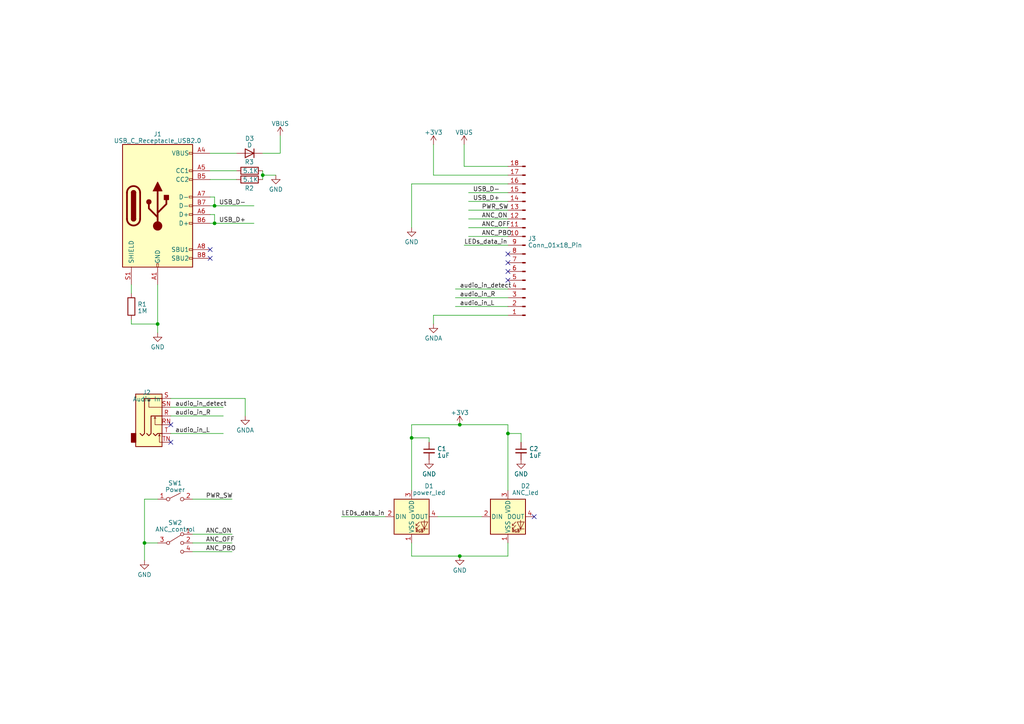
<source format=kicad_sch>
(kicad_sch (version 20230121) (generator eeschema)
  (paper "A4")
  (lib_symbols
    (symbol "Connector:Conn_01x18_Pin" (pin_names (offset 1.016) hide)
      (property "Reference" "J" (at 0 22.86 0))
      (property "Value" "Conn_01x18_Pin" (at 0 -25.4 0))
      (symbol "Conn_01x18_Pin_1_1"
        (polyline (pts (xy 1.27 -22.86) (xy 0.8636 -22.86)) (stroke (width 0.1524)))
        (polyline (pts (xy 1.27 -20.32) (xy 0.8636 -20.32)) (stroke (width 0.1524)))
        (polyline (pts (xy 1.27 -17.78) (xy 0.8636 -17.78)) (stroke (width 0.1524)))
        (polyline (pts (xy 1.27 -15.24) (xy 0.8636 -15.24)) (stroke (width 0.1524)))
        (polyline (pts (xy 1.27 -12.7) (xy 0.8636 -12.7)) (stroke (width 0.1524)))
        (polyline (pts (xy 1.27 -10.16) (xy 0.8636 -10.16)) (stroke (width 0.1524)))
        (polyline (pts (xy 1.27 -7.62) (xy 0.8636 -7.62)) (stroke (width 0.1524)))
        (polyline (pts (xy 1.27 -5.08) (xy 0.8636 -5.08)) (stroke (width 0.1524)))
        (polyline (pts (xy 1.27 -2.54) (xy 0.8636 -2.54)) (stroke (width 0.1524)))
        (polyline (pts (xy 1.27 0) (xy 0.8636 0)) (stroke (width 0.1524)))
        (polyline (pts (xy 1.27 2.54) (xy 0.8636 2.54)) (stroke (width 0.1524)))
        (polyline (pts (xy 1.27 5.08) (xy 0.8636 5.08)) (stroke (width 0.1524)))
        (polyline (pts (xy 1.27 7.62) (xy 0.8636 7.62)) (stroke (width 0.1524)))
        (polyline (pts (xy 1.27 10.16) (xy 0.8636 10.16)) (stroke (width 0.1524)))
        (polyline (pts (xy 1.27 12.7) (xy 0.8636 12.7)) (stroke (width 0.1524)))
        (polyline (pts (xy 1.27 15.24) (xy 0.8636 15.24)) (stroke (width 0.1524)))
        (polyline (pts (xy 1.27 17.78) (xy 0.8636 17.78)) (stroke (width 0.1524)))
        (polyline (pts (xy 1.27 20.32) (xy 0.8636 20.32)) (stroke (width 0.1524)))
        (rectangle (start 0.8636 -22.733) (end 0 -22.987) (stroke (width 0.1524)) (fill (type outline)))
        (rectangle (start 0.8636 -20.193) (end 0 -20.447) (stroke (width 0.1524)) (fill (type outline)))
        (rectangle (start 0.8636 -17.653) (end 0 -17.907) (stroke (width 0.1524)) (fill (type outline)))
        (rectangle (start 0.8636 -15.113) (end 0 -15.367) (stroke (width 0.1524)) (fill (type outline)))
        (rectangle (start 0.8636 -12.573) (end 0 -12.827) (stroke (width 0.1524)) (fill (type outline)))
        (rectangle (start 0.8636 -10.033) (end 0 -10.287) (stroke (width 0.1524)) (fill (type outline)))
        (rectangle (start 0.8636 -7.493) (end 0 -7.747) (stroke (width 0.1524)) (fill (type outline)))
        (rectangle (start 0.8636 -4.953) (end 0 -5.207) (stroke (width 0.1524)) (fill (type outline)))
        (rectangle (start 0.8636 -2.413) (end 0 -2.667) (stroke (width 0.1524)) (fill (type outline)))
        (rectangle (start 0.8636 0.127) (end 0 -0.127) (stroke (width 0.1524)) (fill (type outline)))
        (rectangle (start 0.8636 2.667) (end 0 2.413) (stroke (width 0.1524)) (fill (type outline)))
        (rectangle (start 0.8636 5.207) (end 0 4.953) (stroke (width 0.1524)) (fill (type outline)))
        (rectangle (start 0.8636 7.747) (end 0 7.493) (stroke (width 0.1524)) (fill (type outline)))
        (rectangle (start 0.8636 10.287) (end 0 10.033) (stroke (width 0.1524)) (fill (type outline)))
        (rectangle (start 0.8636 12.827) (end 0 12.573) (stroke (width 0.1524)) (fill (type outline)))
        (rectangle (start 0.8636 15.367) (end 0 15.113) (stroke (width 0.1524)) (fill (type outline)))
        (rectangle (start 0.8636 17.907) (end 0 17.653) (stroke (width 0.1524)) (fill (type outline)))
        (rectangle (start 0.8636 20.447) (end 0 20.193) (stroke (width 0.1524)) (fill (type outline)))
        (pin passive line (at 5.08 20.32 180) (length 3.81) (name "Pin_1") (number "1"))
        (pin passive line (at 5.08 -2.54 180) (length 3.81) (name "Pin_10") (number "10"))
        (pin passive line (at 5.08 -5.08 180) (length 3.81) (name "Pin_11") (number "11"))
        (pin passive line (at 5.08 -7.62 180) (length 3.81) (name "Pin_12") (number "12"))
        (pin passive line (at 5.08 -10.16 180) (length 3.81) (name "Pin_13") (number "13"))
        (pin passive line (at 5.08 -12.7 180) (length 3.81) (name "Pin_14") (number "14"))
        (pin passive line (at 5.08 -15.24 180) (length 3.81) (name "Pin_15") (number "15"))
        (pin passive line (at 5.08 -17.78 180) (length 3.81) (name "Pin_16") (number "16"))
        (pin passive line (at 5.08 -20.32 180) (length 3.81) (name "Pin_17") (number "17"))
        (pin passive line (at 5.08 -22.86 180) (length 3.81) (name "Pin_18") (number "18"))
        (pin passive line (at 5.08 17.78 180) (length 3.81) (name "Pin_2") (number "2"))
        (pin passive line (at 5.08 15.24 180) (length 3.81) (name "Pin_3") (number "3"))
        (pin passive line (at 5.08 12.7 180) (length 3.81) (name "Pin_4") (number "4"))
        (pin passive line (at 5.08 10.16 180) (length 3.81) (name "Pin_5") (number "5"))
        (pin passive line (at 5.08 7.62 180) (length 3.81) (name "Pin_6") (number "6"))
        (pin passive line (at 5.08 5.08 180) (length 3.81) (name "Pin_7") (number "7"))
        (pin passive line (at 5.08 2.54 180) (length 3.81) (name "Pin_8") (number "8"))
        (pin passive line (at 5.08 0 180) (length 3.81) (name "Pin_9") (number "9"))
      )
    )
    (symbol "Connector:USB_C_Receptacle_USB2.0" (pin_names (offset 1.016))
      (property "Reference" "J" (at -10.16 19.05 0))
      (property "Value" "USB_C_Receptacle_USB2.0" (at 19.05 19.05 0))
      (symbol "USB_C_Receptacle_USB2.0_0_0"
        (rectangle (start -0.254 -17.78) (end 0.254 -16.764))
        (rectangle (start 10.16 -14.986) (end 9.144 -15.494))
        (rectangle (start 10.16 -12.446) (end 9.144 -12.954))
        (rectangle (start 10.16 -4.826) (end 9.144 -5.334))
        (rectangle (start 10.16 -2.286) (end 9.144 -2.794))
        (rectangle (start 10.16 0.254) (end 9.144 -0.254))
        (rectangle (start 10.16 2.794) (end 9.144 2.286))
        (rectangle (start 10.16 7.874) (end 9.144 7.366))
        (rectangle (start 10.16 10.414) (end 9.144 9.906))
        (rectangle (start 10.16 15.494) (end 9.144 14.986))
      )
      (symbol "USB_C_Receptacle_USB2.0_0_1"
        (rectangle (start -10.16 17.78) (end 10.16 -17.78) (stroke (width 0.254)) (fill (type background)))
        (arc (start -8.89 -3.81) (mid -6.985 -5.7067) (end -5.08 -3.81) (stroke (width 0.508)))
        (arc (start -7.62 -3.81) (mid -6.985 -4.4423) (end -6.35 -3.81) (stroke (width 0.254)))
        (arc (start -7.62 -3.81) (mid -6.985 -4.4423) (end -6.35 -3.81) (stroke (width 0.254)) (fill (type outline)))
        (rectangle (start -7.62 -3.81) (end -6.35 3.81) (stroke (width 0.254)) (fill (type outline)))
        (arc (start -6.35 3.81) (mid -6.985 4.4423) (end -7.62 3.81) (stroke (width 0.254)))
        (arc (start -6.35 3.81) (mid -6.985 4.4423) (end -7.62 3.81) (stroke (width 0.254)) (fill (type outline)))
        (arc (start -5.08 3.81) (mid -6.985 5.7067) (end -8.89 3.81) (stroke (width 0.508)))
        (circle (center -2.54 1.143) (radius 0.635) (stroke (width 0.254)) (fill (type outline)))
        (circle (center 0 -5.842) (radius 1.27) (fill (type outline)))
        (polyline (pts (xy -8.89 -3.81) (xy -8.89 3.81)) (stroke (width 0.508)))
        (polyline (pts (xy -5.08 3.81) (xy -5.08 -3.81)) (stroke (width 0.508)))
        (polyline (pts (xy 0 -5.842) (xy 0 4.318)) (stroke (width 0.508)))
        (polyline (pts (xy 0 -3.302) (xy -2.54 -0.762) (xy -2.54 0.508)) (stroke (width 0.508)))
        (polyline (pts (xy 0 -2.032) (xy 2.54 0.508) (xy 2.54 1.778)) (stroke (width 0.508)))
        (polyline (pts (xy -1.27 4.318) (xy 0 6.858) (xy 1.27 4.318) (xy -1.27 4.318)) (stroke (width 0.254)) (fill (type outline)))
        (rectangle (start 1.905 1.778) (end 3.175 3.048) (stroke (width 0.254)) (fill (type outline)))
      )
      (symbol "USB_C_Receptacle_USB2.0_1_1"
        (pin passive line (at 0 -22.86 90) (length 5.08) (name "GND") (number "A1"))
        (pin passive line (at 0 -22.86 90) (length 5.08) hide (name "GND") (number "A12"))
        (pin passive line (at 15.24 15.24 180) (length 5.08) (name "VBUS") (number "A4"))
        (pin bidirectional line (at 15.24 10.16 180) (length 5.08) (name "CC1") (number "A5"))
        (pin bidirectional line (at 15.24 -2.54 180) (length 5.08) (name "D+") (number "A6"))
        (pin bidirectional line (at 15.24 2.54 180) (length 5.08) (name "D-") (number "A7"))
        (pin bidirectional line (at 15.24 -12.7 180) (length 5.08) (name "SBU1") (number "A8"))
        (pin passive line (at 15.24 15.24 180) (length 5.08) hide (name "VBUS") (number "A9"))
        (pin passive line (at 0 -22.86 90) (length 5.08) hide (name "GND") (number "B1"))
        (pin passive line (at 0 -22.86 90) (length 5.08) hide (name "GND") (number "B12"))
        (pin passive line (at 15.24 15.24 180) (length 5.08) hide (name "VBUS") (number "B4"))
        (pin bidirectional line (at 15.24 7.62 180) (length 5.08) (name "CC2") (number "B5"))
        (pin bidirectional line (at 15.24 -5.08 180) (length 5.08) (name "D+") (number "B6"))
        (pin bidirectional line (at 15.24 0 180) (length 5.08) (name "D-") (number "B7"))
        (pin bidirectional line (at 15.24 -15.24 180) (length 5.08) (name "SBU2") (number "B8"))
        (pin passive line (at 15.24 15.24 180) (length 5.08) hide (name "VBUS") (number "B9"))
        (pin passive line (at -7.62 -22.86 90) (length 5.08) (name "SHIELD") (number "S1"))
      )
    )
    (symbol "Connector_Audio:AudioJack3_Switch"
      (property "Reference" "J" (at 0 11.43 0))
      (property "Value" "AudioJack3_Switch" (at 0 8.89 0))
      (symbol "AudioJack3_Switch_0_1"
        (rectangle (start -5.08 -5.08) (end -6.35 -7.62) (stroke (width 0.254)) (fill (type outline)))
        (polyline (pts (xy -1.27 4.826) (xy -1.016 4.318)))
        (polyline (pts (xy 0.508 -0.254) (xy 0.762 -0.762)))
        (polyline (pts (xy 1.778 -5.334) (xy 2.032 -5.842)))
        (polyline (pts (xy 0 -5.08) (xy 0.635 -5.715) (xy 1.27 -5.08) (xy 2.54 -5.08)) (stroke (width 0.254)))
        (polyline (pts (xy 2.54 -7.62) (xy 1.778 -7.62) (xy 1.778 -5.334) (xy 1.524 -5.842)))
        (polyline (pts (xy 2.54 -2.54) (xy 0.508 -2.54) (xy 0.508 -0.254) (xy 0.254 -0.762)))
        (polyline (pts (xy 2.54 2.54) (xy -1.27 2.54) (xy -1.27 4.826) (xy -1.524 4.318)))
        (polyline (pts (xy -1.905 -5.08) (xy -1.27 -5.715) (xy -0.635 -5.08) (xy -0.635 0) (xy 2.54 0)) (stroke (width 0.254)))
        (polyline (pts (xy 2.54 5.08) (xy -2.54 5.08) (xy -2.54 -5.08) (xy -3.175 -5.715) (xy -3.81 -5.08)) (stroke (width 0.254)))
        (rectangle (start 2.54 6.35) (end -5.08 -8.89) (stroke (width 0.254)) (fill (type background)))
      )
      (symbol "AudioJack3_Switch_1_1"
        (pin passive line (at 5.08 0 180) (length 2.54) (name "~") (number "R"))
        (pin passive line (at 5.08 -2.54 180) (length 2.54) (name "~") (number "RN"))
        (pin passive line (at 5.08 5.08 180) (length 2.54) (name "~") (number "S"))
        (pin passive line (at 5.08 2.54 180) (length 2.54) (name "~") (number "SN"))
        (pin passive line (at 5.08 -5.08 180) (length 2.54) (name "~") (number "T"))
        (pin passive line (at 5.08 -7.62 180) (length 2.54) (name "~") (number "TN"))
      )
    )
    (symbol "Device:C_Small" (pin_numbers hide) (pin_names (offset 0.254) hide)
      (property "Reference" "C" (at 0.254 1.778 0))
      (property "Value" "C_Small" (at 0.254 -2.032 0))
      (symbol "C_Small_0_1"
        (polyline (pts (xy -1.524 -0.508) (xy 1.524 -0.508)) (stroke (width 0.3302)))
        (polyline (pts (xy -1.524 0.508) (xy 1.524 0.508)) (stroke (width 0.3048)))
      )
      (symbol "C_Small_1_1"
        (pin passive line (at 0 2.54 270) (length 2.032) (name "~") (number "1"))
        (pin passive line (at 0 -2.54 90) (length 2.032) (name "~") (number "2"))
      )
    )
    (symbol "Device:D" (pin_numbers hide) (pin_names (offset 1.016) hide)
      (property "Reference" "D" (at 0 2.54 0))
      (property "Value" "D" (at 0 -2.54 0))
      (symbol "D_0_1"
        (polyline (pts (xy -1.27 1.27) (xy -1.27 -1.27)) (stroke (width 0.254)))
        (polyline (pts (xy 1.27 0) (xy -1.27 0)))
        (polyline (pts (xy 1.27 1.27) (xy 1.27 -1.27) (xy -1.27 0) (xy 1.27 1.27)) (stroke (width 0.254)))
      )
      (symbol "D_1_1"
        (pin passive line (at -3.81 0 0) (length 2.54) (name "K") (number "1"))
        (pin passive line (at 3.81 0 180) (length 2.54) (name "A") (number "2"))
      )
    )
    (symbol "Device:R" (pin_numbers hide) (pin_names (offset 0))
      (property "Reference" "R" (at 2.032 0 90))
      (property "Value" "R" (at 0 0 90))
      (symbol "R_0_1"
        (rectangle (start -1.016 -2.54) (end 1.016 2.54) (stroke (width 0.254)))
      )
      (symbol "R_1_1"
        (pin passive line (at 0 3.81 270) (length 1.27) (name "~") (number "1"))
        (pin passive line (at 0 -3.81 90) (length 1.27) (name "~") (number "2"))
      )
    )
    (symbol "LED:SK6812" (pin_names (offset 0.254))
      (property "Reference" "D" (at 5.08 5.715 0))
      (property "Value" "SK6812" (at 1.27 -5.715 0))
      (symbol "SK6812_0_0"
        (text "RGB" (at 2.286 -4.191 0) (effects (font (size 0.762 0.762))))
      )
      (symbol "SK6812_0_1"
        (polyline (pts (xy 1.27 -3.556) (xy 1.778 -3.556)))
        (polyline (pts (xy 1.27 -2.54) (xy 1.778 -2.54)))
        (polyline (pts (xy 4.699 -3.556) (xy 2.667 -3.556)))
        (polyline (pts (xy 2.286 -2.54) (xy 1.27 -3.556) (xy 1.27 -3.048)))
        (polyline (pts (xy 2.286 -1.524) (xy 1.27 -2.54) (xy 1.27 -2.032)))
        (polyline (pts (xy 3.683 -1.016) (xy 3.683 -3.556) (xy 3.683 -4.064)))
        (polyline (pts (xy 4.699 -1.524) (xy 2.667 -1.524) (xy 3.683 -3.556) (xy 4.699 -1.524)))
        (rectangle (start 5.08 5.08) (end -5.08 -5.08) (stroke (width 0.254)) (fill (type background)))
      )
      (symbol "SK6812_1_1"
        (pin power_in line (at 0 -7.62 90) (length 2.54) (name "VSS") (number "1"))
        (pin input line (at -7.62 0 0) (length 2.54) (name "DIN") (number "2"))
        (pin power_in line (at 0 7.62 270) (length 2.54) (name "VDD") (number "3"))
        (pin output line (at 7.62 0 180) (length 2.54) (name "DOUT") (number "4"))
      )
    )
    (symbol "Switch:SW_SP3T" (pin_names (offset 0) hide)
      (property "Reference" "SW" (at 0 5.08 0))
      (property "Value" "SW_SP3T" (at 0 -5.08 0))
      (symbol "SW_SP3T_0_1"
        (circle (center -2.032 0) (radius 0.4572))
        (polyline (pts (xy -1.651 0.254) (xy 1.651 2.286)))
        (circle (center 2.032 -2.54) (radius 0.4572))
        (circle (center 2.032 0) (radius 0.4572))
        (circle (center 2.032 2.54) (radius 0.4572))
      )
      (symbol "SW_SP3T_1_1"
        (pin passive line (at 5.08 2.54 180) (length 2.54) (name "1") (number "1"))
        (pin passive line (at 5.08 0 180) (length 2.54) (name "2") (number "2"))
        (pin passive line (at -5.08 0 0) (length 2.54) (name "3") (number "3"))
        (pin passive line (at 5.08 -2.54 180) (length 2.54) (name "4") (number "4"))
      )
    )
    (symbol "Switch:SW_SPST" (pin_names (offset 0) hide)
      (property "Reference" "SW" (at 0 3.175 0))
      (property "Value" "SW_SPST" (at 0 -2.54 0))
      (symbol "SW_SPST_0_0"
        (circle (center -2.032 0) (radius 0.508))
        (polyline (pts (xy -1.524 0.254) (xy 1.524 1.778)))
        (circle (center 2.032 0) (radius 0.508))
      )
      (symbol "SW_SPST_1_1"
        (pin passive line (at -5.08 0 0) (length 2.54) (name "A") (number "1"))
        (pin passive line (at 5.08 0 180) (length 2.54) (name "B") (number "2"))
      )
    )
    (symbol "power:+3V3" (power) (pin_names (offset 0))
      (property "Value" "+3V3" (at 0 3.556 0))
      (symbol "+3V3_0_1"
        (polyline (pts (xy -0.762 1.27) (xy 0 2.54)))
        (polyline (pts (xy 0 0) (xy 0 2.54)))
        (polyline (pts (xy 0 2.54) (xy 0.762 1.27)))
      )
      (symbol "+3V3_1_1"
        (pin power_in line (at 0 0 90) (length 0) hide (name "+3V3") (number "1"))
      )
    )
    (symbol "power:GND" (power) (pin_names (offset 0))
      (property "Value" "GND" (at 0 -3.81 0))
      (symbol "GND_0_1"
        (polyline (pts (xy 0 0) (xy 0 -1.27) (xy 1.27 -1.27) (xy 0 -2.54) (xy -1.27 -1.27) (xy 0 -1.27)))
      )
      (symbol "GND_1_1"
        (pin power_in line (at 0 0 270) (length 0) hide (name "GND") (number "1"))
      )
    )
    (symbol "power:GNDA" (power) (pin_names (offset 0))
      (property "Value" "GNDA" (at 0 -3.81 0))
      (symbol "GNDA_0_1"
        (polyline (pts (xy 0 0) (xy 0 -1.27) (xy 1.27 -1.27) (xy 0 -2.54) (xy -1.27 -1.27) (xy 0 -1.27)))
      )
      (symbol "GNDA_1_1"
        (pin power_in line (at 0 0 270) (length 0) hide (name "GNDA") (number "1"))
      )
    )
    (symbol "power:VBUS" (power) (pin_names (offset 0))
      (property "Value" "VBUS" (at 0 3.81 0))
      (symbol "VBUS_0_1"
        (polyline (pts (xy -0.762 1.27) (xy 0 2.54)))
        (polyline (pts (xy 0 0) (xy 0 2.54)))
        (polyline (pts (xy 0 2.54) (xy 0.762 1.27)))
      )
      (symbol "VBUS_1_1"
        (pin power_in line (at 0 0 90) (length 0) hide (name "VBUS") (number "1"))
      )
    )
  )
  (junction (at 76.2 50.8))
  (junction (at 133.35 161.29))
  (junction (at 133.35 123.19))
  (junction (at 147.32 125.73))
  (junction (at 119.38 127))
  (junction (at 62.23 59.69))
  (junction (at 45.72 93.98))
  (junction (at 41.91 157.48))
  (junction (at 62.23 64.77))
  (no_connect (at 60.96 72.39))
  (no_connect (at 147.32 78.74))
  (no_connect (at 147.32 81.28))
  (no_connect (at 147.32 73.66))
  (no_connect (at 49.53 123.19))
  (no_connect (at 154.94 149.86))
  (no_connect (at 60.96 74.93))
  (no_connect (at 147.32 76.2))
  (no_connect (at 49.53 128.27))
  (wire (pts (xy 132.08 88.9) (xy 147.32 88.9)))
  (wire (pts (xy 125.73 41.91) (xy 125.73 50.8)))
  (wire (pts (xy 60.96 62.23) (xy 62.23 62.23)))
  (wire (pts (xy 41.91 157.48) (xy 45.72 157.48)))
  (wire (pts (xy 38.1 93.98) (xy 45.72 93.98)))
  (wire (pts (xy 135.89 58.42) (xy 147.32 58.42)))
  (wire (pts (xy 62.23 57.15) (xy 62.23 59.69)))
  (wire (pts (xy 55.88 157.48) (xy 67.31 157.48)))
  (wire (pts (xy 119.38 53.34) (xy 147.32 53.34)))
  (wire (pts (xy 134.62 41.91) (xy 134.62 48.26)))
  (wire (pts (xy 55.88 160.02) (xy 67.31 160.02)))
  (wire (pts (xy 60.96 44.45) (xy 68.58 44.45)))
  (wire (pts (xy 62.23 64.77) (xy 73.66 64.77)))
  (wire (pts (xy 133.35 123.19) (xy 119.38 123.19)))
  (wire (pts (xy 45.72 144.78) (xy 41.91 144.78)))
  (wire (pts (xy 68.58 49.53) (xy 60.96 49.53)))
  (wire (pts (xy 124.46 127) (xy 119.38 127)))
  (wire (pts (xy 49.53 125.73) (xy 64.77 125.73)))
  (wire (pts (xy 119.38 66.04) (xy 119.38 53.34)))
  (wire (pts (xy 38.1 92.71) (xy 38.1 93.98)))
  (wire (pts (xy 133.35 161.29) (xy 147.32 161.29)))
  (wire (pts (xy 135.89 68.58) (xy 147.32 68.58)))
  (wire (pts (xy 127 149.86) (xy 139.7 149.86)))
  (wire (pts (xy 147.32 142.24) (xy 147.32 125.73)))
  (wire (pts (xy 80.01 50.8) (xy 76.2 50.8)))
  (wire (pts (xy 81.28 44.45) (xy 81.28 39.37)))
  (wire (pts (xy 135.89 63.5) (xy 147.32 63.5)))
  (wire (pts (xy 135.89 55.88) (xy 147.32 55.88)))
  (wire (pts (xy 124.46 128.27) (xy 124.46 127)))
  (wire (pts (xy 147.32 123.19) (xy 133.35 123.19)))
  (wire (pts (xy 41.91 157.48) (xy 41.91 162.56)))
  (wire (pts (xy 49.53 120.65) (xy 64.77 120.65)))
  (wire (pts (xy 132.08 83.82) (xy 147.32 83.82)))
  (wire (pts (xy 132.08 86.36) (xy 147.32 86.36)))
  (wire (pts (xy 60.96 57.15) (xy 62.23 57.15)))
  (wire (pts (xy 62.23 59.69) (xy 73.66 59.69)))
  (wire (pts (xy 134.62 48.26) (xy 147.32 48.26)))
  (wire (pts (xy 38.1 82.55) (xy 38.1 85.09)))
  (wire (pts (xy 76.2 50.8) (xy 76.2 52.07)))
  (wire (pts (xy 151.13 128.27) (xy 151.13 125.73)))
  (wire (pts (xy 49.53 118.11) (xy 64.77 118.11)))
  (wire (pts (xy 41.91 144.78) (xy 41.91 157.48)))
  (wire (pts (xy 99.06 149.86) (xy 111.76 149.86)))
  (wire (pts (xy 55.88 154.94) (xy 67.31 154.94)))
  (wire (pts (xy 125.73 91.44) (xy 125.73 93.98)))
  (wire (pts (xy 147.32 161.29) (xy 147.32 157.48)))
  (wire (pts (xy 71.12 115.57) (xy 71.12 120.65)))
  (wire (pts (xy 55.88 144.78) (xy 67.31 144.78)))
  (wire (pts (xy 81.28 44.45) (xy 76.2 44.45)))
  (wire (pts (xy 119.38 161.29) (xy 133.35 161.29)))
  (wire (pts (xy 125.73 50.8) (xy 147.32 50.8)))
  (wire (pts (xy 119.38 127) (xy 119.38 142.24)))
  (wire (pts (xy 119.38 123.19) (xy 119.38 127)))
  (wire (pts (xy 45.72 82.55) (xy 45.72 93.98)))
  (wire (pts (xy 147.32 91.44) (xy 125.73 91.44)))
  (wire (pts (xy 135.89 60.96) (xy 147.32 60.96)))
  (wire (pts (xy 49.53 115.57) (xy 71.12 115.57)))
  (wire (pts (xy 45.72 93.98) (xy 45.72 96.52)))
  (wire (pts (xy 134.62 71.12) (xy 147.32 71.12)))
  (wire (pts (xy 151.13 125.73) (xy 147.32 125.73)))
  (wire (pts (xy 135.89 66.04) (xy 147.32 66.04)))
  (wire (pts (xy 60.96 64.77) (xy 62.23 64.77)))
  (wire (pts (xy 119.38 157.48) (xy 119.38 161.29)))
  (wire (pts (xy 76.2 50.8) (xy 76.2 49.53)))
  (wire (pts (xy 60.96 59.69) (xy 62.23 59.69)))
  (wire (pts (xy 62.23 62.23) (xy 62.23 64.77)))
  (wire (pts (xy 147.32 125.73) (xy 147.32 123.19)))
  (wire (pts (xy 68.58 52.07) (xy 60.96 52.07)))
  (label "ANC_OFF" (at 59.69 157.48 0))
  (label "ANC_PBO" (at 59.69 160.02 0))
  (label "ANC_PBO" (at 139.7 68.58 0))
  (label "audio_in_detect" (at 133.35 83.82 0))
  (label "ANC_ON" (at 139.7 63.5 0))
  (label "USB_D+" (at 63.5 64.77 0))
  (label "audio_in_detect" (at 50.8 118.11 0))
  (label "ANC_ON" (at 59.69 154.94 0))
  (label "USB_D-" (at 137.16 55.88 0))
  (label "audio_in_L" (at 50.8 125.73 0))
  (label "USB_D-" (at 63.5 59.69 0))
  (label "PWR_SW" (at 59.69 144.78 0))
  (label "audio_in_L" (at 133.35 88.9 0))
  (label "USB_D+" (at 137.16 58.42 0))
  (label "PWR_SW" (at 139.7 60.96 0))
  (label "LEDs_data_in" (at 99.06 149.86 0))
  (label "ANC_OFF" (at 139.7 66.04 0))
  (label "audio_in_R" (at 50.8 120.65 0))
  (label "LEDs_data_in" (at 134.62 71.12 0))
  (label "audio_in_R" (at 133.35 86.36 0))
  (symbol (lib_id "Device:C_Small") (at 151.13 130.81 0) (unit 1)
    (property "Reference" "C2" (at 153.4541 130.1726 0) (effects (justify left)))
    (property "Value" "1uF" (at 153.4541 132.0936 0) (effects (justify left)))
  )
  (symbol (lib_id "Switch:SW_SPST") (at 50.8 144.78 0) (unit 1)
    (property "Reference" "SW1" (at 50.8 140.1191 0))
    (property "Value" "Power" (at 50.8 142.0401 0))
  )
  (symbol (lib_id "Device:R") (at 72.39 49.53 90) (unit 1)
    (property "Reference" "R3" (at 73.66 46.99 90) (effects (justify left)))
    (property "Value" "5.1K" (at 74.93 49.53 90) (effects (justify left)))
  )
  (symbol (lib_id "power:GND") (at 80.01 50.8 0) (unit 1)
    (property "Reference" "#PWR09" (effects hide))
    (property "Value" "GND" (at 80.01 54.9355 0))
  )
  (symbol (lib_id "LED:SK6812") (at 119.38 149.86 0) (unit 1)
    (property "Reference" "D1" (at 124.46 140.97 0))
    (property "Value" "power_led" (at 124.46 142.891 0))
    (property "Footprint" "LED_SMD:LED_SK6812_PLCC4_5.0x5.0mm_P3.2mm" (effects hide))
    (property "Datasheet" "https://cdn-shop.adafruit.com/product-files/1138/SK6812+LED+datasheet+.pdf" (effects hide))
  )
  (symbol (lib_id "power:GND") (at 41.91 162.56 0) (unit 1)
    (property "Reference" "#PWR05" (effects hide))
    (property "Value" "GND" (at 41.91 166.6955 0))
  )
  (symbol (lib_id "power:GNDA") (at 71.12 120.65 0) (unit 1)
    (property "Reference" "#PWR04" (effects hide))
    (property "Value" "GNDA" (at 71.12 124.7855 0))
  )
  (symbol (lib_id "power:VBUS") (at 134.62 41.91 0) (unit 1)
    (property "Reference" "#PWR012" (effects hide))
    (property "Value" "VBUS" (at 134.62 38.4081 0))
  )
  (symbol (lib_id "Device:R") (at 38.1 88.9 0) (unit 1)
    (property "Reference" "R1" (at 39.878 88.2563 0) (effects (justify left)))
    (property "Value" "1M" (at 39.878 90.1773 0) (effects (justify left)))
  )
  (symbol (lib_id "Device:D") (at 72.39 44.45 180) (unit 1)
    (property "Reference" "D3" (at 72.39 40.1701 0))
    (property "Value" "D" (at 72.39 42.0911 0))
    (property "Sim.Device" "D" (effects hide))
    (property "Sim.Pins" "1=K 2=A" (effects hide))
  )
  (symbol (lib_id "power:GND") (at 45.72 96.52 0) (unit 1)
    (property "Reference" "#PWR07" (effects hide))
    (property "Value" "GND" (at 45.72 100.6555 0))
  )
  (symbol (lib_id "LED:SK6812") (at 147.32 149.86 0) (unit 1)
    (property "Reference" "D2" (at 152.4 140.97 0))
    (property "Value" "ANC_led" (at 152.4 142.891 0))
    (property "Footprint" "LED_SMD:LED_SK6812_PLCC4_5.0x5.0mm_P3.2mm" (effects hide))
    (property "Datasheet" "https://cdn-shop.adafruit.com/product-files/1138/SK6812+LED+datasheet+.pdf" (effects hide))
  )
  (symbol (lib_id "Device:C_Small") (at 124.46 130.81 0) (unit 1)
    (property "Reference" "C1" (at 126.7841 130.1726 0) (effects (justify left)))
    (property "Value" "1uF" (at 126.7841 132.0936 0) (effects (justify left)))
  )
  (symbol (lib_id "Switch:SW_SP3T") (at 50.8 157.48 0) (unit 1)
    (property "Reference" "SW2" (at 50.8 151.5999 0))
    (property "Value" "ANC_control" (at 50.8 153.5209 0))
  )
  (symbol (lib_id "power:GND") (at 151.13 133.35 0) (unit 1)
    (property "Reference" "#PWR01" (effects hide))
    (property "Value" "GND" (at 151.13 137.4855 0))
  )
  (symbol (lib_id "power:GND") (at 133.35 161.29 0) (unit 1)
    (property "Reference" "#PWR014" (effects hide))
    (property "Value" "GND" (at 133.35 165.4255 0))
  )
  (symbol (lib_id "Connector:USB_C_Receptacle_USB2.0") (at 45.72 59.69 0) (unit 1)
    (property "Reference" "J1" (at 45.72 38.9001 0))
    (property "Value" "USB_C_Receptacle_USB2.0" (at 45.72 40.8211 0))
    (property "Datasheet" "https://www.usb.org/sites/default/files/documents/usb_type-c.zip" (effects hide))
  )
  (symbol (lib_id "power:GND") (at 124.46 133.35 0) (unit 1)
    (property "Reference" "#PWR02" (effects hide))
    (property "Value" "GND" (at 124.46 137.4855 0))
  )
  (symbol (lib_id "power:GND") (at 119.38 66.04 0) (unit 1)
    (property "Reference" "#PWR011" (effects hide))
    (property "Value" "GND" (at 119.38 70.1755 0))
  )
  (symbol (lib_id "Connector_Audio:AudioJack3_Switch") (at 44.45 120.65 0) (unit 1)
    (property "Reference" "J2" (at 42.545 113.8301 0))
    (property "Value" "Audio In" (at 42.545 115.7511 0))
    (property "Datasheet" "https://www.digikey.co.uk/htmldatasheets/production/843819/0/0/1/4832-233.pdf" (effects hide))
  )
  (symbol (lib_id "power:VBUS") (at 81.28 39.37 0) (unit 1)
    (property "Reference" "#PWR06" (effects hide))
    (property "Value" "VBUS" (at 81.28 35.8681 0))
  )
  (symbol (lib_id "power:+3V3") (at 125.73 41.91 0) (unit 1)
    (property "Reference" "#PWR013" (effects hide))
    (property "Value" "+3V3" (at 125.73 38.4081 0))
  )
  (symbol (lib_id "power:GNDA") (at 125.73 93.98 0) (unit 1)
    (property "Reference" "#PWR08" (effects hide))
    (property "Value" "GNDA" (at 125.73 98.1155 0))
  )
  (symbol (lib_id "Device:R") (at 72.39 52.07 90) (unit 1)
    (property "Reference" "R2" (at 73.66 54.61 90) (effects (justify left)))
    (property "Value" "5.1K" (at 74.93 52.07 90) (effects (justify left)))
  )
  (symbol (lib_id "power:+3V3") (at 133.35 123.19 0) (unit 1)
    (property "Reference" "#PWR03" (effects hide))
    (property "Value" "+3V3" (at 133.35 119.6881 0))
  )
  (symbol (lib_id "Connector:Conn_01x18_Pin") (at 152.4 71.12 180) (unit 1)
    (property "Reference" "J3" (at 153.1112 69.2063 0) (effects (justify right)))
    (property "Value" "Conn_01x18_Pin" (at 153.1112 71.1273 0) (effects (justify right)))
    (property "Datasheet" "https://www.digikey.co.uk/en/products/detail/kyocera-avx/046244418010846/10313097" (effects hide))
  )
)
</source>
